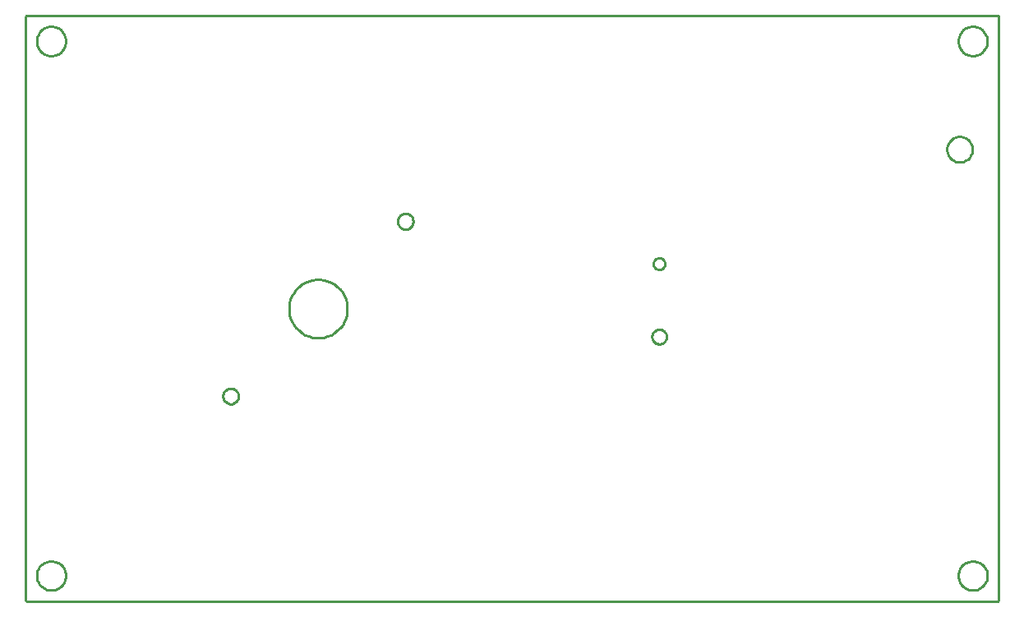
<source format=gko>
G04*
G04 #@! TF.GenerationSoftware,Altium Limited,Altium Designer,19.1.7 (138)*
G04*
G04 Layer_Color=16711935*
%FSTAX24Y24*%
%MOIN*%
G70*
G01*
G75*
%ADD11C,0.0100*%
D11*
X009988Y0337D02*
X04938D01*
X011042Y011575D02*
X011157Y011552D01*
X011264Y011508D01*
X011361Y011443D01*
X011443Y011361D01*
X011508Y011264D01*
X011552Y011157D01*
X011575Y011042D01*
Y010984D02*
Y011042D01*
Y010926D02*
Y010984D01*
X011552Y010812D02*
X011575Y010926D01*
X011508Y010705D02*
X011552Y010812D01*
X011443Y010608D02*
X011508Y010705D01*
X011361Y010526D02*
X011443Y010608D01*
X011264Y010461D02*
X011361Y010526D01*
X011157Y010416D02*
X011264Y010461D01*
X011042Y010394D02*
X011157Y010416D01*
X010926Y010394D02*
X011042D01*
X010812Y010416D02*
X010926Y010394D01*
X010705Y010461D02*
X010812Y010416D01*
X010608Y010526D02*
X010705Y010461D01*
X010526Y010608D02*
X010608Y010526D01*
X010461Y010705D02*
X010526Y010608D01*
X010416Y010812D02*
X010461Y010705D01*
X010394Y010926D02*
X010416Y010812D01*
X010394Y010926D02*
Y010984D01*
Y011042D01*
X010416Y011157D01*
X010461Y011264D01*
X010526Y011361D01*
X010608Y011443D01*
X010705Y011508D01*
X010812Y011552D01*
X010926Y011575D01*
X011042D01*
X048424D02*
X048538Y011552D01*
X048645Y011508D01*
X048742Y011443D01*
X048824Y011361D01*
X048889Y011264D01*
X048934Y011157D01*
X048956Y011042D01*
Y010984D02*
Y011042D01*
Y010926D02*
Y010984D01*
X048934Y010812D02*
X048956Y010926D01*
X048889Y010705D02*
X048934Y010812D01*
X048824Y010608D02*
X048889Y010705D01*
X048742Y010526D02*
X048824Y010608D01*
X048645Y010461D02*
X048742Y010526D01*
X048538Y010416D02*
X048645Y010461D01*
X048424Y010394D02*
X048538Y010416D01*
X048308Y010394D02*
X048424D01*
X048193Y010416D02*
X048308Y010394D01*
X048086Y010461D02*
X048193Y010416D01*
X047989Y010526D02*
X048086Y010461D01*
X047907Y010608D02*
X047989Y010526D01*
X047842Y010705D02*
X047907Y010608D01*
X047798Y010812D02*
X047842Y010705D01*
X047775Y010926D02*
X047798Y010812D01*
X047775Y010926D02*
Y010984D01*
Y011042D01*
X047798Y011157D01*
X047842Y011264D01*
X047907Y011361D01*
X047989Y011443D01*
X048086Y011508D01*
X048193Y011552D01*
X048308Y011575D01*
X048424D01*
X018299Y018583D02*
X01836Y018571D01*
X018417Y018547D01*
X018468Y018512D01*
X018512Y018468D01*
X018547Y018417D01*
X018571Y01836D01*
X018583Y018299D01*
Y018268D02*
Y018299D01*
Y018237D02*
Y018268D01*
X018571Y018176D02*
X018583Y018237D01*
X018547Y018119D02*
X018571Y018176D01*
X018512Y018067D02*
X018547Y018119D01*
X018468Y018023D02*
X018512Y018067D01*
X018417Y017989D02*
X018468Y018023D01*
X01836Y017965D02*
X018417Y017989D01*
X018299Y017953D02*
X01836Y017965D01*
X018237Y017953D02*
X018299D01*
X018176Y017965D02*
X018237Y017953D01*
X018119Y017989D02*
X018176Y017965D01*
X018067Y018023D02*
X018119Y017989D01*
X018023Y018067D02*
X018067Y018023D01*
X017989Y018119D02*
X018023Y018067D01*
X017965Y018176D02*
X017989Y018119D01*
X017953Y018237D02*
X017965Y018176D01*
X017953Y018237D02*
Y018268D01*
Y018299D01*
X017965Y01836D01*
X017989Y018417D01*
X018023Y018468D01*
X018067Y018512D01*
X018119Y018547D01*
X018176Y018571D01*
X018237Y018583D01*
X018299D01*
X035679Y020974D02*
X035736Y020963D01*
X035789Y020941D01*
X035838Y020908D01*
X035879Y020867D01*
X035911Y020819D01*
X035934Y020765D01*
X035945Y020708D01*
Y020679D02*
Y020708D01*
Y02065D02*
Y020679D01*
X035934Y020593D02*
X035945Y02065D01*
X035911Y020539D02*
X035934Y020593D01*
X035879Y020491D02*
X035911Y020539D01*
X035838Y02045D02*
X035879Y020491D01*
X035789Y020417D02*
X035838Y02045D01*
X035736Y020395D02*
X035789Y020417D01*
X035679Y020384D02*
X035736Y020395D01*
X035621Y020384D02*
X035679D01*
X035563Y020395D02*
X035621Y020384D01*
X03551Y020417D02*
X035563Y020395D01*
X035461Y02045D02*
X03551Y020417D01*
X03542Y020491D02*
X035461Y02045D01*
X035388Y020539D02*
X03542Y020491D01*
X035366Y020593D02*
X035388Y020539D01*
X035354Y02065D02*
X035366Y020593D01*
X035354Y02065D02*
Y020679D01*
Y020708D01*
X035366Y020765D01*
X035388Y020819D01*
X03542Y020867D01*
X035461Y020908D01*
X03551Y020941D01*
X035563Y020963D01*
X035621Y020974D01*
X035679D01*
X021888Y022992D02*
X022042Y022972D01*
X022191Y022932D01*
X022335Y022873D01*
X022469Y022795D01*
X022591Y022701D01*
X022701Y022591D01*
X022795Y022469D01*
X022873Y022335D01*
X022932Y022191D01*
X022972Y022042D01*
X022992Y021888D01*
Y021811D02*
Y021888D01*
Y021734D02*
Y021811D01*
X022972Y02158D02*
X022992Y021734D01*
X022932Y021431D02*
X022972Y02158D01*
X022873Y021288D02*
X022932Y021431D01*
X022795Y021153D02*
X022873Y021288D01*
X022701Y021031D02*
X022795Y021153D01*
X022591Y020921D02*
X022701Y021031D01*
X022469Y020827D02*
X022591Y020921D01*
X022335Y020749D02*
X022469Y020827D01*
X022191Y02069D02*
X022335Y020749D01*
X022042Y02065D02*
X022191Y02069D01*
X021888Y02063D02*
X022042Y02065D01*
X021734Y02063D02*
X021888D01*
X02158Y02065D02*
X021734Y02063D01*
X021431Y02069D02*
X02158Y02065D01*
X021288Y020749D02*
X021431Y02069D01*
X021153Y020827D02*
X021288Y020749D01*
X021031Y020921D02*
X021153Y020827D01*
X020921Y021031D02*
X021031Y020921D01*
X020827Y021153D02*
X020921Y021031D01*
X020749Y021288D02*
X020827Y021153D01*
X02069Y021431D02*
X020749Y021288D01*
X02065Y02158D02*
X02069Y021431D01*
X02063Y021734D02*
X02065Y02158D01*
X02063Y021734D02*
Y021811D01*
Y021888D01*
X02065Y022042D01*
X02069Y022191D01*
X020749Y022335D01*
X020827Y022469D01*
X020921Y022591D01*
X021031Y022701D01*
X021153Y022795D01*
X021288Y022873D01*
X021431Y022932D01*
X02158Y022972D01*
X021734Y022992D01*
X021888D01*
X035697Y023868D02*
X035783Y023832D01*
X03585Y023766D01*
X035886Y023679D01*
Y023632D02*
Y023679D01*
Y023585D02*
Y023632D01*
X03585Y023498D02*
X035886Y023585D01*
X035783Y023432D02*
X03585Y023498D01*
X035697Y023396D02*
X035783Y023432D01*
X035603Y023396D02*
X035697D01*
X035516Y023432D02*
X035603Y023396D01*
X035449Y023498D02*
X035516Y023432D01*
X035413Y023585D02*
X035449Y023498D01*
X035413Y023585D02*
Y023632D01*
Y023679D01*
X035449Y023766D01*
X035516Y023832D01*
X035603Y023868D01*
X035697D01*
X025385Y025669D02*
X025446Y025657D01*
X025504Y025633D01*
X025555Y025599D01*
X025599Y025555D01*
X025633Y025504D01*
X025657Y025446D01*
X025669Y025385D01*
Y025354D02*
Y025385D01*
Y025323D02*
Y025354D01*
X025657Y025262D02*
X025669Y025323D01*
X025633Y025205D02*
X025657Y025262D01*
X025599Y025154D02*
X025633Y025205D01*
X025555Y02511D02*
X025599Y025154D01*
X025504Y025075D02*
X025555Y02511D01*
X025446Y025051D02*
X025504Y025075D01*
X025385Y025039D02*
X025446Y025051D01*
X025323Y025039D02*
X025385D01*
X025262Y025051D02*
X025323Y025039D01*
X025205Y025075D02*
X025262Y025051D01*
X025154Y02511D02*
X025205Y025075D01*
X02511Y025154D02*
X025154Y02511D01*
X025075Y025205D02*
X02511Y025154D01*
X025051Y025262D02*
X025075Y025205D01*
X025039Y025323D02*
X025051Y025262D01*
X025039Y025323D02*
Y025354D01*
Y025385D01*
X025051Y025446D01*
X025075Y025504D01*
X02511Y025555D01*
X025154Y025599D01*
X025205Y025633D01*
X025262Y025657D01*
X025323Y025669D01*
X025385D01*
X047885Y028789D02*
X047984Y02877D01*
X048077Y028731D01*
X048161Y028675D01*
X048232Y028604D01*
X048288Y02852D01*
X048327Y028427D01*
X048346Y028328D01*
Y028278D02*
Y028328D01*
Y028227D02*
Y028278D01*
X048327Y028128D02*
X048346Y028227D01*
X048288Y028035D02*
X048327Y028128D01*
X048232Y027951D02*
X048288Y028035D01*
X048161Y02788D02*
X048232Y027951D01*
X048077Y027824D02*
X048161Y02788D01*
X047984Y027785D02*
X048077Y027824D01*
X047885Y027766D02*
X047984Y027785D01*
X047784Y027766D02*
X047885D01*
X047685Y027785D02*
X047784Y027766D01*
X047592Y027824D02*
X047685Y027785D01*
X047508Y02788D02*
X047592Y027824D01*
X047437Y027951D02*
X047508Y02788D01*
X047381Y028035D02*
X047437Y027951D01*
X047343Y028128D02*
X047381Y028035D01*
X047323Y028227D02*
X047343Y028128D01*
X047323Y028227D02*
Y028278D01*
Y028328D01*
X047343Y028427D01*
X047381Y02852D01*
X047437Y028604D01*
X047508Y028675D01*
X047592Y028731D01*
X047685Y02877D01*
X047784Y028789D01*
X047885D01*
X011042Y033256D02*
X011157Y033234D01*
X011264Y033189D01*
X011361Y033124D01*
X011443Y033042D01*
X011508Y032945D01*
X011552Y032838D01*
X011575Y032724D01*
Y032666D02*
Y032724D01*
Y032608D02*
Y032666D01*
X011552Y032493D02*
X011575Y032608D01*
X011508Y032386D02*
X011552Y032493D01*
X011443Y032289D02*
X011508Y032386D01*
X011361Y032207D02*
X011443Y032289D01*
X011264Y032142D02*
X011361Y032207D01*
X011157Y032098D02*
X011264Y032142D01*
X011042Y032075D02*
X011157Y032098D01*
X010926Y032075D02*
X011042D01*
X010812Y032098D02*
X010926Y032075D01*
X010705Y032142D02*
X010812Y032098D01*
X010608Y032207D02*
X010705Y032142D01*
X010526Y032289D02*
X010608Y032207D01*
X010461Y032386D02*
X010526Y032289D01*
X010416Y032493D02*
X010461Y032386D01*
X010394Y032608D02*
X010416Y032493D01*
X010394Y032608D02*
Y032666D01*
Y032724D01*
X010416Y032838D01*
X010461Y032945D01*
X010526Y033042D01*
X010608Y033124D01*
X010705Y033189D01*
X010812Y033234D01*
X010926Y033256D01*
X011042D01*
X048424D02*
X048538Y033234D01*
X048645Y033189D01*
X048742Y033124D01*
X048824Y033042D01*
X048889Y032945D01*
X048934Y032838D01*
X048956Y032724D01*
Y032666D02*
Y032724D01*
Y032608D02*
Y032666D01*
X048934Y032493D02*
X048956Y032608D01*
X048889Y032386D02*
X048934Y032493D01*
X048824Y032289D02*
X048889Y032386D01*
X048742Y032207D02*
X048824Y032289D01*
X048645Y032142D02*
X048742Y032207D01*
X048538Y032098D02*
X048645Y032142D01*
X048424Y032075D02*
X048538Y032098D01*
X048308Y032075D02*
X048424D01*
X048193Y032098D02*
X048308Y032075D01*
X048086Y032142D02*
X048193Y032098D01*
X047989Y032207D02*
X048086Y032142D01*
X047907Y032289D02*
X047989Y032207D01*
X047842Y032386D02*
X047907Y032289D01*
X047798Y032493D02*
X047842Y032386D01*
X047775Y032608D02*
X047798Y032493D01*
X047775Y032608D02*
Y032666D01*
Y032724D01*
X047798Y032838D01*
X047842Y032945D01*
X047907Y033042D01*
X047989Y033124D01*
X048086Y033189D01*
X048193Y033234D01*
X048308Y033256D01*
X048424D01*
X04938Y0337D02*
X049398Y033693D01*
X009967Y03369D02*
X009988Y0337D01*
X009953Y033671D02*
X009967Y03369D01*
X009949Y033647D02*
X009953Y033671D01*
X009949Y033647D02*
X009952Y033636D01*
X009951Y033631D02*
X009952Y033636D01*
X00995Y033624D02*
X009951Y033631D01*
X00995Y01D02*
Y033624D01*
Y00999D02*
Y01D01*
Y00999D02*
X009957Y009972D01*
X009972Y009957D01*
X00999Y00995D01*
X04938D01*
X049398Y009957D01*
X049413Y009972D01*
X04942Y00999D01*
Y01D01*
X04942Y010005D02*
X04942Y01D01*
X049419Y010012D02*
X04942Y010005D01*
X049419Y010012D02*
X049419Y010019D01*
X04942Y010026D01*
X04942Y03365D02*
X04942Y010026D01*
X04942Y03365D02*
Y03366D01*
X049413Y033678D02*
X04942Y03366D01*
X049398Y033693D02*
X049413Y033678D01*
X011042Y011575D02*
X011157Y011552D01*
X011264Y011508D01*
X011361Y011443D01*
X011443Y011361D01*
X011508Y011264D01*
X011552Y011157D01*
X011575Y011042D01*
Y010984D02*
Y011042D01*
Y010926D02*
Y010984D01*
X011552Y010812D02*
X011575Y010926D01*
X011508Y010705D02*
X011552Y010812D01*
X011443Y010608D02*
X011508Y010705D01*
X011361Y010526D02*
X011443Y010608D01*
X011264Y010461D02*
X011361Y010526D01*
X011157Y010416D02*
X011264Y010461D01*
X011042Y010394D02*
X011157Y010416D01*
X010926Y010394D02*
X011042D01*
X010812Y010416D02*
X010926Y010394D01*
X010705Y010461D02*
X010812Y010416D01*
X010608Y010526D02*
X010705Y010461D01*
X010526Y010608D02*
X010608Y010526D01*
X010461Y010705D02*
X010526Y010608D01*
X010416Y010812D02*
X010461Y010705D01*
X010394Y010926D02*
X010416Y010812D01*
X010394Y010926D02*
Y010984D01*
Y011042D01*
X010416Y011157D01*
X010461Y011264D01*
X010526Y011361D01*
X010608Y011443D01*
X010705Y011508D01*
X010812Y011552D01*
X010926Y011575D01*
X011042D01*
X048424D02*
X048538Y011552D01*
X048645Y011508D01*
X048742Y011443D01*
X048824Y011361D01*
X048889Y011264D01*
X048934Y011157D01*
X048956Y011042D01*
Y010984D02*
Y011042D01*
Y010926D02*
Y010984D01*
X048934Y010812D02*
X048956Y010926D01*
X048889Y010705D02*
X048934Y010812D01*
X048824Y010608D02*
X048889Y010705D01*
X048742Y010526D02*
X048824Y010608D01*
X048645Y010461D02*
X048742Y010526D01*
X048538Y010416D02*
X048645Y010461D01*
X048424Y010394D02*
X048538Y010416D01*
X048308Y010394D02*
X048424D01*
X048193Y010416D02*
X048308Y010394D01*
X048086Y010461D02*
X048193Y010416D01*
X047989Y010526D02*
X048086Y010461D01*
X047907Y010608D02*
X047989Y010526D01*
X047842Y010705D02*
X047907Y010608D01*
X047798Y010812D02*
X047842Y010705D01*
X047775Y010926D02*
X047798Y010812D01*
X047775Y010926D02*
Y010984D01*
Y011042D01*
X047798Y011157D01*
X047842Y011264D01*
X047907Y011361D01*
X047989Y011443D01*
X048086Y011508D01*
X048193Y011552D01*
X048308Y011575D01*
X048424D01*
X018299Y018583D02*
X01836Y018571D01*
X018417Y018547D01*
X018468Y018512D01*
X018512Y018468D01*
X018547Y018417D01*
X018571Y01836D01*
X018583Y018299D01*
Y018268D02*
Y018299D01*
Y018237D02*
Y018268D01*
X018571Y018176D02*
X018583Y018237D01*
X018547Y018119D02*
X018571Y018176D01*
X018512Y018067D02*
X018547Y018119D01*
X018468Y018023D02*
X018512Y018067D01*
X018417Y017989D02*
X018468Y018023D01*
X01836Y017965D02*
X018417Y017989D01*
X018299Y017953D02*
X01836Y017965D01*
X018237Y017953D02*
X018299D01*
X018176Y017965D02*
X018237Y017953D01*
X018119Y017989D02*
X018176Y017965D01*
X018067Y018023D02*
X018119Y017989D01*
X018023Y018067D02*
X018067Y018023D01*
X017989Y018119D02*
X018023Y018067D01*
X017965Y018176D02*
X017989Y018119D01*
X017953Y018237D02*
X017965Y018176D01*
X017953Y018237D02*
Y018268D01*
Y018299D01*
X017965Y01836D01*
X017989Y018417D01*
X018023Y018468D01*
X018067Y018512D01*
X018119Y018547D01*
X018176Y018571D01*
X018237Y018583D01*
X018299D01*
X035679Y020974D02*
X035736Y020963D01*
X035789Y020941D01*
X035838Y020908D01*
X035879Y020867D01*
X035911Y020819D01*
X035934Y020765D01*
X035945Y020708D01*
Y020679D02*
Y020708D01*
Y02065D02*
Y020679D01*
X035934Y020593D02*
X035945Y02065D01*
X035911Y020539D02*
X035934Y020593D01*
X035879Y020491D02*
X035911Y020539D01*
X035838Y02045D02*
X035879Y020491D01*
X035789Y020417D02*
X035838Y02045D01*
X035736Y020395D02*
X035789Y020417D01*
X035679Y020384D02*
X035736Y020395D01*
X035621Y020384D02*
X035679D01*
X035563Y020395D02*
X035621Y020384D01*
X03551Y020417D02*
X035563Y020395D01*
X035461Y02045D02*
X03551Y020417D01*
X03542Y020491D02*
X035461Y02045D01*
X035388Y020539D02*
X03542Y020491D01*
X035366Y020593D02*
X035388Y020539D01*
X035354Y02065D02*
X035366Y020593D01*
X035354Y02065D02*
Y020679D01*
Y020708D01*
X035366Y020765D01*
X035388Y020819D01*
X03542Y020867D01*
X035461Y020908D01*
X03551Y020941D01*
X035563Y020963D01*
X035621Y020974D01*
X035679D01*
X021888Y022992D02*
X022042Y022972D01*
X022191Y022932D01*
X022335Y022873D01*
X022469Y022795D01*
X022591Y022701D01*
X022701Y022591D01*
X022795Y022469D01*
X022873Y022335D01*
X022932Y022191D01*
X022972Y022042D01*
X022992Y021888D01*
Y021811D02*
Y021888D01*
Y021734D02*
Y021811D01*
X022972Y02158D02*
X022992Y021734D01*
X022932Y021431D02*
X022972Y02158D01*
X022873Y021288D02*
X022932Y021431D01*
X022795Y021153D02*
X022873Y021288D01*
X022701Y021031D02*
X022795Y021153D01*
X022591Y020921D02*
X022701Y021031D01*
X022469Y020827D02*
X022591Y020921D01*
X022335Y020749D02*
X022469Y020827D01*
X022191Y02069D02*
X022335Y020749D01*
X022042Y02065D02*
X022191Y02069D01*
X021888Y02063D02*
X022042Y02065D01*
X021734Y02063D02*
X021888D01*
X02158Y02065D02*
X021734Y02063D01*
X021431Y02069D02*
X02158Y02065D01*
X021288Y020749D02*
X021431Y02069D01*
X021153Y020827D02*
X021288Y020749D01*
X021031Y020921D02*
X021153Y020827D01*
X020921Y021031D02*
X021031Y020921D01*
X020827Y021153D02*
X020921Y021031D01*
X020749Y021288D02*
X020827Y021153D01*
X02069Y021431D02*
X020749Y021288D01*
X02065Y02158D02*
X02069Y021431D01*
X02063Y021734D02*
X02065Y02158D01*
X02063Y021734D02*
Y021811D01*
Y021888D01*
X02065Y022042D01*
X02069Y022191D01*
X020749Y022335D01*
X020827Y022469D01*
X020921Y022591D01*
X021031Y022701D01*
X021153Y022795D01*
X021288Y022873D01*
X021431Y022932D01*
X02158Y022972D01*
X021734Y022992D01*
X021888D01*
X035697Y023868D02*
X035783Y023832D01*
X03585Y023766D01*
X035886Y023679D01*
Y023632D02*
Y023679D01*
Y023585D02*
Y023632D01*
X03585Y023498D02*
X035886Y023585D01*
X035783Y023432D02*
X03585Y023498D01*
X035697Y023396D02*
X035783Y023432D01*
X035603Y023396D02*
X035697D01*
X035516Y023432D02*
X035603Y023396D01*
X035449Y023498D02*
X035516Y023432D01*
X035413Y023585D02*
X035449Y023498D01*
X035413Y023585D02*
Y023632D01*
Y023679D01*
X035449Y023766D01*
X035516Y023832D01*
X035603Y023868D01*
X035697D01*
X025385Y025669D02*
X025446Y025657D01*
X025504Y025633D01*
X025555Y025599D01*
X025599Y025555D01*
X025633Y025504D01*
X025657Y025446D01*
X025669Y025385D01*
Y025354D02*
Y025385D01*
Y025323D02*
Y025354D01*
X025657Y025262D02*
X025669Y025323D01*
X025633Y025205D02*
X025657Y025262D01*
X025599Y025154D02*
X025633Y025205D01*
X025555Y02511D02*
X025599Y025154D01*
X025504Y025075D02*
X025555Y02511D01*
X025446Y025051D02*
X025504Y025075D01*
X025385Y025039D02*
X025446Y025051D01*
X025323Y025039D02*
X025385D01*
X025262Y025051D02*
X025323Y025039D01*
X025205Y025075D02*
X025262Y025051D01*
X025154Y02511D02*
X025205Y025075D01*
X02511Y025154D02*
X025154Y02511D01*
X025075Y025205D02*
X02511Y025154D01*
X025051Y025262D02*
X025075Y025205D01*
X025039Y025323D02*
X025051Y025262D01*
X025039Y025323D02*
Y025354D01*
Y025385D01*
X025051Y025446D01*
X025075Y025504D01*
X02511Y025555D01*
X025154Y025599D01*
X025205Y025633D01*
X025262Y025657D01*
X025323Y025669D01*
X025385D01*
X011042Y033256D02*
X011157Y033234D01*
X011264Y033189D01*
X011361Y033124D01*
X011443Y033042D01*
X011508Y032945D01*
X011552Y032838D01*
X011575Y032724D01*
Y032666D02*
Y032724D01*
Y032608D02*
Y032666D01*
X011552Y032493D02*
X011575Y032608D01*
X011508Y032386D02*
X011552Y032493D01*
X011443Y032289D02*
X011508Y032386D01*
X011361Y032207D02*
X011443Y032289D01*
X011264Y032142D02*
X011361Y032207D01*
X011157Y032098D02*
X011264Y032142D01*
X011042Y032075D02*
X011157Y032098D01*
X010926Y032075D02*
X011042D01*
X010812Y032098D02*
X010926Y032075D01*
X010705Y032142D02*
X010812Y032098D01*
X010608Y032207D02*
X010705Y032142D01*
X010526Y032289D02*
X010608Y032207D01*
X010461Y032386D02*
X010526Y032289D01*
X010416Y032493D02*
X010461Y032386D01*
X010394Y032608D02*
X010416Y032493D01*
X010394Y032608D02*
Y032666D01*
Y032724D01*
X010416Y032838D01*
X010461Y032945D01*
X010526Y033042D01*
X010608Y033124D01*
X010705Y033189D01*
X010812Y033234D01*
X010926Y033256D01*
X011042D01*
X048424D02*
X048538Y033234D01*
X048645Y033189D01*
X048742Y033124D01*
X048824Y033042D01*
X048889Y032945D01*
X048934Y032838D01*
X048956Y032724D01*
Y032666D02*
Y032724D01*
Y032608D02*
Y032666D01*
X048934Y032493D02*
X048956Y032608D01*
X048889Y032386D02*
X048934Y032493D01*
X048824Y032289D02*
X048889Y032386D01*
X048742Y032207D02*
X048824Y032289D01*
X048645Y032142D02*
X048742Y032207D01*
X048538Y032098D02*
X048645Y032142D01*
X048424Y032075D02*
X048538Y032098D01*
X048308Y032075D02*
X048424D01*
X048193Y032098D02*
X048308Y032075D01*
X048086Y032142D02*
X048193Y032098D01*
X047989Y032207D02*
X048086Y032142D01*
X047907Y032289D02*
X047989Y032207D01*
X047842Y032386D02*
X047907Y032289D01*
X047798Y032493D02*
X047842Y032386D01*
X047775Y032608D02*
X047798Y032493D01*
X047775Y032608D02*
Y032666D01*
Y032724D01*
X047798Y032838D01*
X047842Y032945D01*
X047907Y033042D01*
X047989Y033124D01*
X048086Y033189D01*
X048193Y033234D01*
X048308Y033256D01*
X048424D01*
X04938Y0337D02*
X049398Y033693D01*
X009988Y0337D02*
X04938D01*
X009967Y03369D02*
X009988Y0337D01*
X009953Y033671D02*
X009967Y03369D01*
X009949Y033647D02*
X009953Y033671D01*
X009949Y033647D02*
X009952Y033636D01*
X009951Y033631D02*
X009952Y033636D01*
X00995Y033624D02*
X009951Y033631D01*
X00995Y01D02*
Y033624D01*
Y00999D02*
Y01D01*
Y00999D02*
X009957Y009972D01*
X009972Y009957D01*
X00999Y00995D01*
X04938D01*
X049398Y009957D01*
X049413Y009972D01*
X04942Y00999D01*
Y01D01*
X04942Y010005D02*
X04942Y01D01*
X049419Y010012D02*
X04942Y010005D01*
X049419Y010012D02*
X049419Y010019D01*
X04942Y010026D01*
X04942Y03365D02*
X04942Y010026D01*
X04942Y03365D02*
Y03366D01*
X049413Y033678D02*
X04942Y03366D01*
X049398Y033693D02*
X049413Y033678D01*
M02*

</source>
